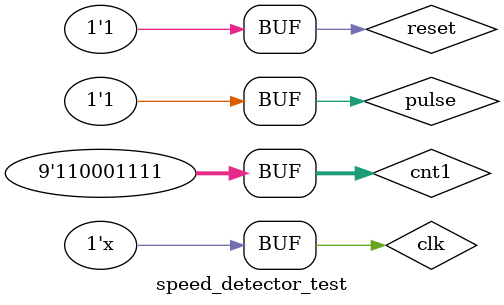
<source format=v>
`timescale 1ns / 1ps


module speed_detector_test;

	// Inputs
	reg pulse;
	reg clk;
	reg reset;
   reg [8:0] cnt1=0;
	// Outputs
	wire [7:0] out;

	// Instantiate the Unit Under Test (UUT)
	speed_detector uut (
		.out(out), 
		.pulse(pulse), 
		.clk(clk), 
		.reset(reset)
	);

	initial begin
		// Initialize Inputs
		pulse = 0;
		clk = 0;
		reset = 0;
   for ( cnt1=0;cnt1<399;cnt1=cnt1+1) begin
              if( cnt1 < 66) #15000000 pulse=~pulse ; 
				  if( (cnt1>=66) && (cnt1<199) ) #7500000 pulse=~pulse ;
				  if( cnt1>= 199 ) #5000000 pulse=~pulse ;
	  end 
		
		# 3000000000 reset =1;
        
		

	end
	always #12.5 clk<=~clk;
  
	
	
	
	

      
endmodule


</source>
